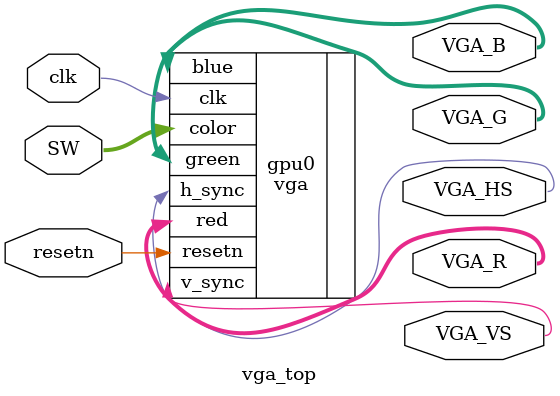
<source format=v>
module vga_top #(
    parameter H_VIS_AREA_PXL = 800,
    parameter H_FRONT_PORCH_PXL = 40,
    parameter H_SYNC_PULSE_PXL = 128,
    parameter H_BACK_PORCH_PXL = 88,
    parameter H_NUM_BITS = 11, // ceil(log2(H_WHOLE_LINE_PXL))

    parameter V_VIS_AREA_PXL =  600,
    parameter V_FRONT_PORCH_PXL =  1,
    parameter V_SYNC_PULSE_PXL =  4,
    parameter V_BACK_PORCH_PXL =  23,
    parameter V_NUM_BITS = 10, // ceil(log2(V_WHOE_FRAME_PXL))

    parameter CHANNEL_BITS = 4,
    parameter CHANNEL_COUNT = 4
) (
    input wire clk,
    input wire resetn,

    output wire [CHANNEL_BITS-1:0] VGA_R,
    output wire [CHANNEL_BITS-1:0] VGA_G,
    output wire [CHANNEL_BITS-1:0] VGA_B,

    output wire VGA_HS,
    output wire VGA_VS,

    input wire [CHANNEL_COUNT*CHANNEL_BITS-1:0] SW
);

    vga #(
        .H_VIS_AREA_PXL(H_VIS_AREA_PXL),
        .H_FRONT_PORCH_PXL(H_FRONT_PORCH_PXL),
        .H_SYNC_PULSE_PXL(H_SYNC_PULSE_PXL),
        .H_BACK_PORCH_PXL(H_BACK_PORCH_PXL),
        .H_NUM_BITS(H_NUM_BITS),

        .V_VIS_AREA_PXL(V_VIS_AREA_PXL),
        .V_FRONT_PORCH_PXL(V_FRONT_PORCH_PXL),
        .V_SYNC_PULSE_PXL(V_SYNC_PULSE_PXL),
        .V_BACK_PORCH_PXL(V_BACK_PORCH_PXL),
        .V_NUM_BITS(V_NUM_BITS),

        .CHANNEL_BITS(CHANNEL_BITS)
    ) gpu0 (
        .clk(clk),
        .resetn(resetn),

        .red(VGA_R),
        .green(VGA_G),
        .blue(VGA_B),

        .h_sync(VGA_HS),
        .v_sync(VGA_VS),

        .color(SW)
    );

endmodule

</source>
